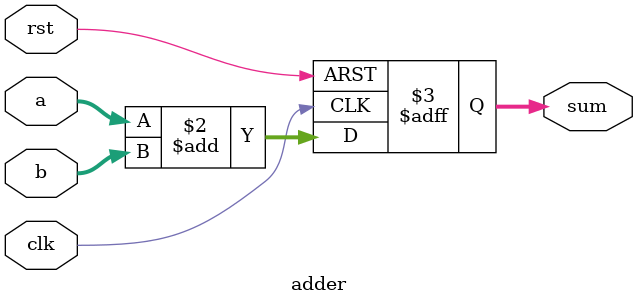
<source format=v>
module adder (
    input wire clk,
    input wire rst,
    input wire[1:0] a,
    input wire[1:0] b,
    output reg[2:0] sum
);

always @(posedge clk or posedge rst) begin
    if (rst) begin
       sum<=2'b00;    
    end else begin
       sum<=a+b;        
    end
end


endmodule
                                                                                                                
</source>
